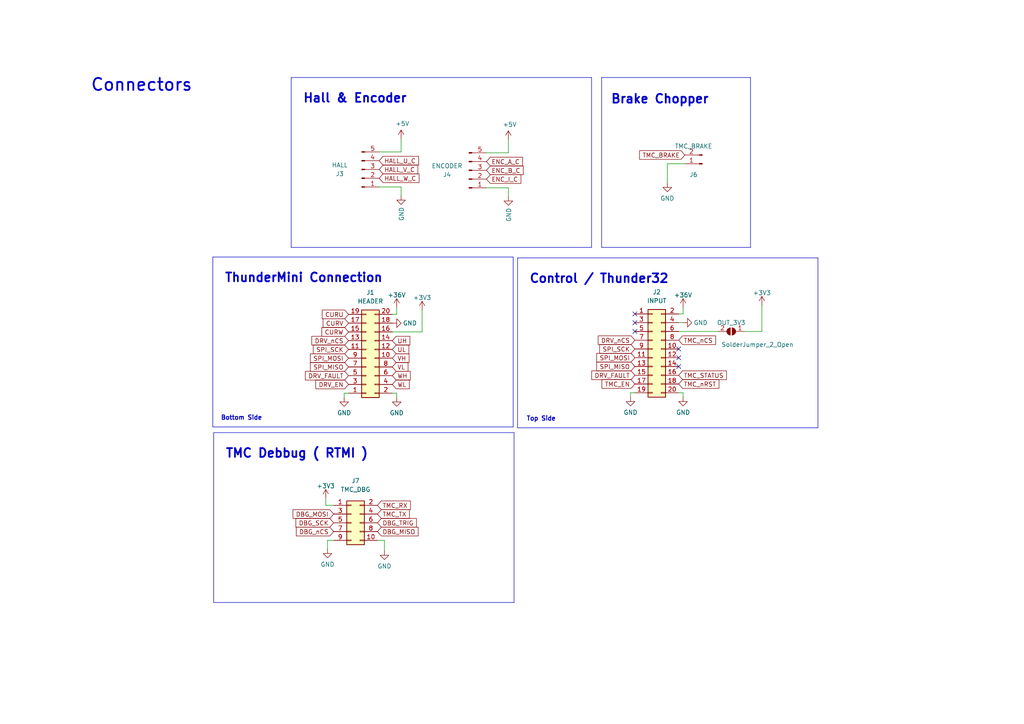
<source format=kicad_sch>
(kicad_sch (version 20250114) (generator "eeschema") (generator_version "9.0")
  (paper "A4")
  (title_block (title "Thunder4671") (date "2023-02-07") (rev "V1.0") (company "Yaseen M. Twati"))
  (lib_symbols
    (symbol "Connector:Conn_01x02_Male" (pin_names (offset 1.016) (hide yes))
      (property "Reference" "J" (at 0 2.54 0))
      (property "Value" "Conn_01x02_Male" (at 0 -5.08 0))
      (symbol "Conn_01x02_Male_1_1"
        (rectangle (start 0.8636 0.127) (end 0 -0.127) (stroke (width 0.1524)) (fill (type outline)))
        (rectangle (start 0.8636 -2.413) (end 0 -2.667) (stroke (width 0.1524)) (fill (type outline)))
        (polyline (pts (xy 1.27 0) (xy 0.8636 0)) (stroke (width 0.1524)))
        (polyline (pts (xy 1.27 -2.54) (xy 0.8636 -2.54)) (stroke (width 0.1524)))
        (pin passive line (at 5.08 0 180) (length 3.81) (name "Pin_1") (number "1"))
        (pin passive line (at 5.08 -2.54 180) (length 3.81) (name "Pin_2") (number "2"))
      )
    )
    (symbol "Connector:Conn_01x05_Male" (pin_names (offset 1.016) (hide yes))
      (property "Reference" "J" (at 0 7.62 0))
      (property "Value" "Conn_01x05_Male" (at 0 -7.62 0))
      (symbol "Conn_01x05_Male_1_1"
        (rectangle (start 0.8636 5.207) (end 0 4.953) (stroke (width 0.1524)) (fill (type outline)))
        (rectangle (start 0.8636 2.667) (end 0 2.413) (stroke (width 0.1524)) (fill (type outline)))
        (rectangle (start 0.8636 0.127) (end 0 -0.127) (stroke (width 0.1524)) (fill (type outline)))
        (rectangle (start 0.8636 -2.413) (end 0 -2.667) (stroke (width 0.1524)) (fill (type outline)))
        (rectangle (start 0.8636 -4.953) (end 0 -5.207) (stroke (width 0.1524)) (fill (type outline)))
        (polyline (pts (xy 1.27 5.08) (xy 0.8636 5.08)) (stroke (width 0.1524)))
        (polyline (pts (xy 1.27 2.54) (xy 0.8636 2.54)) (stroke (width 0.1524)))
        (polyline (pts (xy 1.27 0) (xy 0.8636 0)) (stroke (width 0.1524)))
        (polyline (pts (xy 1.27 -2.54) (xy 0.8636 -2.54)) (stroke (width 0.1524)))
        (polyline (pts (xy 1.27 -5.08) (xy 0.8636 -5.08)) (stroke (width 0.1524)))
        (pin passive line (at 5.08 5.08 180) (length 3.81) (name "Pin_1") (number "1"))
        (pin passive line (at 5.08 2.54 180) (length 3.81) (name "Pin_2") (number "2"))
        (pin passive line (at 5.08 0 180) (length 3.81) (name "Pin_3") (number "3"))
        (pin passive line (at 5.08 -2.54 180) (length 3.81) (name "Pin_4") (number "4"))
        (pin passive line (at 5.08 -5.08 180) (length 3.81) (name "Pin_5") (number "5"))
      )
    )
    (symbol "Connector_Generic:Conn_02x05_Odd_Even" (pin_names (offset 1.016) (hide yes))
      (property "Reference" "J" (at 1.27 7.62 0))
      (property "Value" "Conn_02x05_Odd_Even" (at 1.27 -7.62 0))
      (symbol "Conn_02x05_Odd_Even_1_1"
        (rectangle (start -1.27 6.35) (end 3.81 -6.35) (stroke (width 0.254)) (fill (type background)))
        (rectangle (start -1.27 5.207) (end 0 4.953) (stroke (width 0.1524)))
        (rectangle (start -1.27 2.667) (end 0 2.413) (stroke (width 0.1524)))
        (rectangle (start -1.27 0.127) (end 0 -0.127) (stroke (width 0.1524)))
        (rectangle (start -1.27 -2.413) (end 0 -2.667) (stroke (width 0.1524)))
        (rectangle (start -1.27 -4.953) (end 0 -5.207) (stroke (width 0.1524)))
        (rectangle (start 3.81 5.207) (end 2.54 4.953) (stroke (width 0.1524)))
        (rectangle (start 3.81 2.667) (end 2.54 2.413) (stroke (width 0.1524)))
        (rectangle (start 3.81 0.127) (end 2.54 -0.127) (stroke (width 0.1524)))
        (rectangle (start 3.81 -2.413) (end 2.54 -2.667) (stroke (width 0.1524)))
        (rectangle (start 3.81 -4.953) (end 2.54 -5.207) (stroke (width 0.1524)))
        (pin passive line (at -5.08 5.08 0) (length 3.81) (name "Pin_1") (number "1"))
        (pin passive line (at -5.08 2.54 0) (length 3.81) (name "Pin_3") (number "3"))
        (pin passive line (at -5.08 0 0) (length 3.81) (name "Pin_5") (number "5"))
        (pin passive line (at -5.08 -2.54 0) (length 3.81) (name "Pin_7") (number "7"))
        (pin passive line (at -5.08 -5.08 0) (length 3.81) (name "Pin_9") (number "9"))
        (pin passive line (at 7.62 5.08 180) (length 3.81) (name "Pin_2") (number "2"))
        (pin passive line (at 7.62 2.54 180) (length 3.81) (name "Pin_4") (number "4"))
        (pin passive line (at 7.62 0 180) (length 3.81) (name "Pin_6") (number "6"))
        (pin passive line (at 7.62 -2.54 180) (length 3.81) (name "Pin_8") (number "8"))
        (pin passive line (at 7.62 -5.08 180) (length 3.81) (name "Pin_10") (number "10"))
      )
    )
    (symbol "Connector_Generic:Conn_02x10_Odd_Even" (pin_names (offset 1.016) (hide yes))
      (property "Reference" "J" (at 1.27 12.7 0))
      (property "Value" "Conn_02x10_Odd_Even" (at 1.27 -15.24 0))
      (symbol "Conn_02x10_Odd_Even_1_1"
        (rectangle (start -1.27 11.43) (end 3.81 -13.97) (stroke (width 0.254)) (fill (type background)))
        (rectangle (start -1.27 10.287) (end 0 10.033) (stroke (width 0.1524)))
        (rectangle (start -1.27 7.747) (end 0 7.493) (stroke (width 0.1524)))
        (rectangle (start -1.27 5.207) (end 0 4.953) (stroke (width 0.1524)))
        (rectangle (start -1.27 2.667) (end 0 2.413) (stroke (width 0.1524)))
        (rectangle (start -1.27 0.127) (end 0 -0.127) (stroke (width 0.1524)))
        (rectangle (start -1.27 -2.413) (end 0 -2.667) (stroke (width 0.1524)))
        (rectangle (start -1.27 -4.953) (end 0 -5.207) (stroke (width 0.1524)))
        (rectangle (start -1.27 -7.493) (end 0 -7.747) (stroke (width 0.1524)))
        (rectangle (start -1.27 -10.033) (end 0 -10.287) (stroke (width 0.1524)))
        (rectangle (start -1.27 -12.573) (end 0 -12.827) (stroke (width 0.1524)))
        (rectangle (start 3.81 10.287) (end 2.54 10.033) (stroke (width 0.1524)))
        (rectangle (start 3.81 7.747) (end 2.54 7.493) (stroke (width 0.1524)))
        (rectangle (start 3.81 5.207) (end 2.54 4.953) (stroke (width 0.1524)))
        (rectangle (start 3.81 2.667) (end 2.54 2.413) (stroke (width 0.1524)))
        (rectangle (start 3.81 0.127) (end 2.54 -0.127) (stroke (width 0.1524)))
        (rectangle (start 3.81 -2.413) (end 2.54 -2.667) (stroke (width 0.1524)))
        (rectangle (start 3.81 -4.953) (end 2.54 -5.207) (stroke (width 0.1524)))
        (rectangle (start 3.81 -7.493) (end 2.54 -7.747) (stroke (width 0.1524)))
        (rectangle (start 3.81 -10.033) (end 2.54 -10.287) (stroke (width 0.1524)))
        (rectangle (start 3.81 -12.573) (end 2.54 -12.827) (stroke (width 0.1524)))
        (pin passive line (at -5.08 10.16 0) (length 3.81) (name "Pin_1") (number "1"))
        (pin passive line (at -5.08 7.62 0) (length 3.81) (name "Pin_3") (number "3"))
        (pin passive line (at -5.08 5.08 0) (length 3.81) (name "Pin_5") (number "5"))
        (pin passive line (at -5.08 2.54 0) (length 3.81) (name "Pin_7") (number "7"))
        (pin passive line (at -5.08 0 0) (length 3.81) (name "Pin_9") (number "9"))
        (pin passive line (at -5.08 -2.54 0) (length 3.81) (name "Pin_11") (number "11"))
        (pin passive line (at -5.08 -5.08 0) (length 3.81) (name "Pin_13") (number "13"))
        (pin passive line (at -5.08 -7.62 0) (length 3.81) (name "Pin_15") (number "15"))
        (pin passive line (at -5.08 -10.16 0) (length 3.81) (name "Pin_17") (number "17"))
        (pin passive line (at -5.08 -12.7 0) (length 3.81) (name "Pin_19") (number "19"))
        (pin passive line (at 7.62 10.16 180) (length 3.81) (name "Pin_2") (number "2"))
        (pin passive line (at 7.62 7.62 180) (length 3.81) (name "Pin_4") (number "4"))
        (pin passive line (at 7.62 5.08 180) (length 3.81) (name "Pin_6") (number "6"))
        (pin passive line (at 7.62 2.54 180) (length 3.81) (name "Pin_8") (number "8"))
        (pin passive line (at 7.62 0 180) (length 3.81) (name "Pin_10") (number "10"))
        (pin passive line (at 7.62 -2.54 180) (length 3.81) (name "Pin_12") (number "12"))
        (pin passive line (at 7.62 -5.08 180) (length 3.81) (name "Pin_14") (number "14"))
        (pin passive line (at 7.62 -7.62 180) (length 3.81) (name "Pin_16") (number "16"))
        (pin passive line (at 7.62 -10.16 180) (length 3.81) (name "Pin_18") (number "18"))
        (pin passive line (at 7.62 -12.7 180) (length 3.81) (name "Pin_20") (number "20"))
      )
    )
    (symbol "Jumper:SolderJumper_2_Open" (pin_names (offset 0) (hide yes))
      (property "Reference" "JP" (at 0 2.032 0))
      (property "Value" "SolderJumper_2_Open" (at 0 -2.54 0))
      (symbol "SolderJumper_2_Open_0_1"
        (polyline (pts (xy -0.254 1.016) (xy -0.254 -1.016)))
        (arc (start -0.254 -1.016) (mid -1.2656 0) (end -0.254 1.016))
        (arc (start -0.254 -1.016) (mid -1.2656 0) (end -0.254 1.016) (fill (type outline)))
        (arc (start 0.254 1.016) (mid 1.2656 0) (end 0.254 -1.016))
        (arc (start 0.254 1.016) (mid 1.2656 0) (end 0.254 -1.016) (fill (type outline)))
        (polyline (pts (xy 0.254 1.016) (xy 0.254 -1.016)))
      )
      (symbol "SolderJumper_2_Open_1_1"
        (pin passive line (at -3.81 0 0) (length 2.54) (name "A") (number "1"))
        (pin passive line (at 3.81 0 180) (length 2.54) (name "B") (number "2"))
      )
    )
    (symbol "power:+36V" (power) (pin_names (offset 0))
      (property "Value" "+36V" (at 0 3.556 0))
      (symbol "+36V_0_1"
        (polyline (pts (xy -0.762 1.27) (xy 0 2.54)))
        (polyline (pts (xy 0 2.54) (xy 0.762 1.27)))
        (polyline (pts (xy 0 0) (xy 0 2.54)))
      )
      (symbol "+36V_1_1"
        (pin power_in line (at 0 0 90) (length 0) (hide yes) (name "+36V") (number "1"))
      )
    )
    (symbol "power:+3V3" (power) (pin_names (offset 0))
      (property "Value" "+3V3" (at 0 3.556 0))
      (symbol "+3V3_0_1"
        (polyline (pts (xy -0.762 1.27) (xy 0 2.54)))
        (polyline (pts (xy 0 2.54) (xy 0.762 1.27)))
        (polyline (pts (xy 0 0) (xy 0 2.54)))
      )
      (symbol "+3V3_1_1"
        (pin power_in line (at 0 0 90) (length 0) (hide yes) (name "+3V3") (number "1"))
      )
    )
    (symbol "power:+5V" (power) (pin_names (offset 0))
      (property "Value" "+5V" (at 0 3.556 0))
      (symbol "+5V_0_1"
        (polyline (pts (xy -0.762 1.27) (xy 0 2.54)))
        (polyline (pts (xy 0 2.54) (xy 0.762 1.27)))
        (polyline (pts (xy 0 0) (xy 0 2.54)))
      )
      (symbol "+5V_1_1"
        (pin power_in line (at 0 0 90) (length 0) (hide yes) (name "+5V") (number "1"))
      )
    )
    (symbol "power:GND" (power) (pin_names (offset 0))
      (property "Value" "GND" (at 0 -3.81 0))
      (symbol "GND_0_1"
        (polyline (pts (xy 0 0) (xy 0 -1.27) (xy 1.27 -1.27) (xy 0 -2.54) (xy -1.27 -1.27) (xy 0 -1.27)))
      )
      (symbol "GND_1_1"
        (pin power_in line (at 0 0 270) (length 0) (hide yes) (name "GND") (number "1"))
      )
    )
  )
  (text "Top Side" (at 152.654 122.301 0) (effects (font (size 1.27 1.27) (thickness 0.254) (bold yes)) (justify left bottom)))
  (text "Bottom Side" (at 64.008 122.047 0) (effects (font (size 1.27 1.27) (thickness 0.254) (bold yes)) (justify left bottom)))
  (text "Hall & Encoder" (at 87.757 30.099 0) (effects (font (size 2.54 2.54) (thickness 0.508) (bold yes)) (justify left bottom)))
  (text "Brake Chopper" (at 177.038 30.353 0) (effects (font (size 2.54 2.54) (thickness 0.508) (bold yes)) (justify left bottom)))
  (text "Control / Thunder32" (at 153.416 82.423 0) (effects (font (size 2.54 2.54) (thickness 0.508) (bold yes)) (justify left bottom)))
  (text "TMC Debbug ( RTMI )" (at 65.278 133.096 0) (effects (font (size 2.54 2.54) (thickness 0.508) (bold yes)) (justify left bottom)))
  (text "ThunderMini Connection" (at 65.024 82.169 0) (effects (font (size 2.54 2.54) (thickness 0.508) (bold yes)) (justify left bottom)))
  (text "Connectors" (at 26.162 26.797 0) (effects (font (size 3.5 3.5) (thickness 0.508) (bold yes)) (justify left bottom)))
  (no_connect (at 196.85 106.299))
  (no_connect (at 196.85 103.759))
  (no_connect (at 184.15 93.599))
  (no_connect (at 184.15 91.059))
  (no_connect (at 184.15 96.139))
  (no_connect (at 196.85 101.219))
  (wire (pts (xy 196.85 96.139) (xy 208.28 96.139)))
  (wire (pts (xy 101.092 114.046) (xy 99.822 114.046)))
  (wire (pts (xy 147.447 44.323) (xy 141.097 44.323)))
  (wire (pts (xy 115.062 89.154) (xy 115.062 91.186)))
  (polyline (pts (xy 150.114 124.079) (xy 237.236 124.079)))
  (polyline (pts (xy 174.498 71.755) (xy 217.678 71.755)))
  (wire (pts (xy 111.506 156.718) (xy 109.474 156.718)))
  (wire (pts (xy 198.628 47.498) (xy 193.548 47.498)))
  (wire (pts (xy 94.488 146.558) (xy 96.774 146.558)))
  (wire (pts (xy 220.98 88.519) (xy 220.98 96.139)))
  (polyline (pts (xy 150.114 74.803) (xy 237.236 74.803)))
  (wire (pts (xy 198.12 91.059) (xy 196.85 91.059)))
  (wire (pts (xy 147.447 40.513) (xy 147.447 44.323)))
  (polyline (pts (xy 217.678 71.755) (xy 217.678 22.479)))
  (wire (pts (xy 94.996 159.258) (xy 94.996 156.718)))
  (polyline (pts (xy 148.844 123.825) (xy 148.844 74.549)))
  (polyline (pts (xy 61.976 125.476) (xy 149.098 125.476)))
  (polyline (pts (xy 84.455 71.755) (xy 171.577 71.755)))
  (wire (pts (xy 99.822 114.046) (xy 99.822 115.316)))
  (wire (pts (xy 147.447 54.483) (xy 141.097 54.483)))
  (polyline (pts (xy 171.577 71.755) (xy 171.577 22.479)))
  (wire (pts (xy 94.488 144.526) (xy 94.488 146.558)))
  (polyline (pts (xy 174.498 22.479) (xy 174.498 71.755)))
  (polyline (pts (xy 150.114 74.803) (xy 150.114 124.079)))
  (wire (pts (xy 115.062 115.316) (xy 115.062 114.046)))
  (polyline (pts (xy 61.722 123.825) (xy 148.844 123.825)))
  (wire (pts (xy 182.88 113.919) (xy 182.88 115.189)))
  (polyline (pts (xy 84.455 22.479) (xy 84.455 71.755)))
  (wire (pts (xy 115.062 114.046) (xy 113.792 114.046)))
  (wire (pts (xy 94.996 156.718) (xy 96.774 156.718)))
  (polyline (pts (xy 174.498 22.479) (xy 217.678 22.479)))
  (polyline (pts (xy 237.236 124.079) (xy 237.236 74.803)))
  (wire (pts (xy 193.548 47.498) (xy 193.548 53.086)))
  (wire (pts (xy 147.447 57.023) (xy 147.447 54.483)))
  (wire (pts (xy 122.428 89.916) (xy 122.428 96.266)))
  (polyline (pts (xy 61.976 174.752) (xy 149.098 174.752)))
  (wire (pts (xy 198.12 113.919) (xy 196.85 113.919)))
  (wire (pts (xy 220.98 96.139) (xy 215.9 96.139)))
  (wire (pts (xy 184.15 113.919) (xy 182.88 113.919)))
  (wire (pts (xy 113.792 96.266) (xy 122.428 96.266)))
  (polyline (pts (xy 61.722 74.549) (xy 61.722 123.825)))
  (wire (pts (xy 198.12 89.154) (xy 198.12 91.059)))
  (wire (pts (xy 196.85 93.599) (xy 198.12 93.599)))
  (polyline (pts (xy 61.976 125.476) (xy 61.976 174.752)))
  (wire (pts (xy 116.332 56.769) (xy 116.332 54.229)))
  (polyline (pts (xy 84.455 22.479) (xy 171.577 22.479)))
  (polyline (pts (xy 61.722 74.549) (xy 148.844 74.549)))
  (polyline (pts (xy 149.098 174.752) (xy 149.098 125.476)))
  (wire (pts (xy 116.332 54.229) (xy 109.982 54.229)))
  (wire (pts (xy 116.332 40.259) (xy 116.332 44.069)))
  (wire (pts (xy 116.332 44.069) (xy 109.982 44.069)))
  (wire (pts (xy 111.506 159.766) (xy 111.506 156.718)))
  (wire (pts (xy 115.062 91.186) (xy 113.792 91.186)))
  (wire (pts (xy 198.12 115.189) (xy 198.12 113.919)))
  (global_label "CURV" (shape input) (at 101.092 93.726 180) (property "Intersheetrefs" "${INTERSHEET_REFS}" (effects (hide yes))))
  (global_label "DRV_EN" (shape input) (at 101.092 111.506 180) (property "Intersheetrefs" "${INTERSHEET_REFS}" (effects (hide yes))))
  (global_label "TMC_nRST" (shape input) (at 196.85 111.379 0) (property "Intersheetrefs" "${INTERSHEET_REFS}" (effects (hide yes))))
  (global_label "DBG_MOSI" (shape input) (at 96.774 149.098 180) (property "Intersheetrefs" "${INTERSHEET_REFS}" (effects (hide yes))))
  (global_label "TMC_BRAKE" (shape input) (at 198.628 44.958 180) (property "Intersheetrefs" "${INTERSHEET_REFS}" (effects (hide yes))))
  (global_label "SPI_MOSI" (shape input) (at 184.15 103.759 180) (property "Intersheetrefs" "${INTERSHEET_REFS}" (effects (hide yes))))
  (global_label "DRV_nCS" (shape input) (at 101.092 98.806 180) (property "Intersheetrefs" "${INTERSHEET_REFS}" (effects (hide yes))))
  (global_label "SPI_MOSI" (shape input) (at 101.092 103.886 180) (property "Intersheetrefs" "${INTERSHEET_REFS}" (effects (hide yes))))
  (global_label "SPI_MISO" (shape input) (at 184.15 106.299 180) (property "Intersheetrefs" "${INTERSHEET_REFS}" (effects (hide yes))))
  (global_label "DBG_SCK" (shape input) (at 96.774 151.638 180) (property "Intersheetrefs" "${INTERSHEET_REFS}" (effects (hide yes))))
  (global_label "DBG_TRIG" (shape input) (at 109.474 151.638 0) (property "Intersheetrefs" "${INTERSHEET_REFS}" (effects (hide yes))))
  (global_label "VL" (shape input) (at 113.792 106.426 0) (property "Intersheetrefs" "${INTERSHEET_REFS}" (effects (hide yes))))
  (global_label "ENC_B_C" (shape input) (at 141.097 49.403 0) (property "Intersheetrefs" "${INTERSHEET_REFS}" (effects (hide yes))))
  (global_label "SPI_MISO" (shape input) (at 101.092 106.426 180) (property "Intersheetrefs" "${INTERSHEET_REFS}" (effects (hide yes))))
  (global_label "SPI_SCK" (shape input) (at 184.15 101.219 180) (property "Intersheetrefs" "${INTERSHEET_REFS}" (effects (hide yes))))
  (global_label "CURW" (shape input) (at 101.092 96.266 180) (property "Intersheetrefs" "${INTERSHEET_REFS}" (effects (hide yes))))
  (global_label "TMC_STATUS" (shape input) (at 196.85 108.839 0) (property "Intersheetrefs" "${INTERSHEET_REFS}" (effects (hide yes))))
  (global_label "DRV_nCS" (shape input) (at 184.15 98.679 180) (property "Intersheetrefs" "${INTERSHEET_REFS}" (effects (hide yes))))
  (global_label "TMC_RX" (shape input) (at 109.474 146.558 0) (property "Intersheetrefs" "${INTERSHEET_REFS}" (effects (hide yes))))
  (global_label "VH" (shape input) (at 113.792 103.886 0) (property "Intersheetrefs" "${INTERSHEET_REFS}" (effects (hide yes))))
  (global_label "WH" (shape input) (at 113.792 108.966 0) (property "Intersheetrefs" "${INTERSHEET_REFS}" (effects (hide yes))))
  (global_label "CURU" (shape input) (at 101.092 91.186 180) (property "Intersheetrefs" "${INTERSHEET_REFS}" (effects (hide yes))))
  (global_label "UL" (shape input) (at 113.792 101.346 0) (property "Intersheetrefs" "${INTERSHEET_REFS}" (effects (hide yes))))
  (global_label "DRV_FAULT" (shape input) (at 184.15 108.839 180) (property "Intersheetrefs" "${INTERSHEET_REFS}" (effects (hide yes))))
  (global_label "WL" (shape input) (at 113.792 111.506 0) (property "Intersheetrefs" "${INTERSHEET_REFS}" (effects (hide yes))))
  (global_label "HALL_W_C" (shape input) (at 109.982 51.689 0) (property "Intersheetrefs" "${INTERSHEET_REFS}" (effects (hide yes))))
  (global_label "SPI_SCK" (shape input) (at 101.092 101.346 180) (property "Intersheetrefs" "${INTERSHEET_REFS}" (effects (hide yes))))
  (global_label "TMC_TX" (shape input) (at 109.474 149.098 0) (property "Intersheetrefs" "${INTERSHEET_REFS}" (effects (hide yes))))
  (global_label "TMC_nCS" (shape input) (at 196.85 98.679 0) (property "Intersheetrefs" "${INTERSHEET_REFS}" (effects (hide yes))))
  (global_label "TMC_EN" (shape input) (at 184.15 111.379 180) (property "Intersheetrefs" "${INTERSHEET_REFS}" (effects (hide yes))))
  (global_label "DRV_FAULT" (shape input) (at 101.092 108.966 180) (property "Intersheetrefs" "${INTERSHEET_REFS}" (effects (hide yes))))
  (global_label "HALL_V_C" (shape input) (at 109.982 49.149 0) (property "Intersheetrefs" "${INTERSHEET_REFS}" (effects (hide yes))))
  (global_label "ENC_A_C" (shape input) (at 141.097 46.863 0) (property "Intersheetrefs" "${INTERSHEET_REFS}" (effects (hide yes))))
  (global_label "DBG_nCS" (shape input) (at 96.774 154.178 180) (property "Intersheetrefs" "${INTERSHEET_REFS}" (effects (hide yes))))
  (global_label "ENC_I_C" (shape input) (at 141.097 51.943 0) (property "Intersheetrefs" "${INTERSHEET_REFS}" (effects (hide yes))))
  (global_label "UH" (shape input) (at 113.792 98.806 0) (property "Intersheetrefs" "${INTERSHEET_REFS}" (effects (hide yes))))
  (global_label "HALL_U_C" (shape input) (at 109.982 46.609 0) (property "Intersheetrefs" "${INTERSHEET_REFS}" (effects (hide yes))))
  (global_label "DBG_MISO" (shape input) (at 109.474 154.178 0) (property "Intersheetrefs" "${INTERSHEET_REFS}" (effects (hide yes))))
  (symbol (lib_id "power:GND") (at 116.332 56.769 0) (unit 1)
    (property "Reference" "#PWR094" (effects (hide yes)))
    (property "Value" "GND" (at 116.459 60.0202 90) (effects (justify right)))
  )
  (symbol (lib_id "power:+5V") (at 147.447 40.513 0) (unit 1)
    (property "Reference" "#PWR095" (effects (hide yes)))
    (property "Value" "+5V" (at 147.828 36.1188 0))
  )
  (symbol (lib_id "power:+3V3") (at 220.98 88.519 0) (unit 1)
    (property "Reference" "#PWR0114" (effects (hide yes)))
    (property "Value" "+3V3" (at 220.98 84.9432 0))
  )
  (symbol (lib_id "power:+5V") (at 116.332 40.259 0) (unit 1)
    (property "Reference" "#PWR093" (effects (hide yes)))
    (property "Value" "+5V" (at 116.713 35.8648 0))
  )
  (symbol (lib_id "Connector_Generic:Conn_02x10_Odd_Even") (at 189.23 101.219 0) (unit 1)
    (property "Reference" "J2" (at 190.5 84.709 0))
    (property "Value" "INPUT" (at 190.5 87.249 0))
    (property "Footprint" "Connector_PinHeader_2.54mm:PinHeader_2x10_P2.54mm_Vertical_SMD" (effects (hide yes)))
    (property "LCSC" "C2884019" (effects (hide yes)))
  )
  (symbol (lib_id "Connector:Conn_01x05_Male") (at 136.017 49.403 0) (mirror x) (unit 1)
    (property "Reference" "J4" (at 129.667 50.673 0))
    (property "Value" "ENCODER" (at 129.667 48.133 0))
    (property "Footprint" "Connector_JST:JST_PH_S5B-PH-SM4-TB_1x05-1MP_P2.00mm_Horizontal" (effects (hide yes)))
    (property "LCSC" "C265104" (effects (hide yes)))
  )
  (symbol (lib_id "Connector:Conn_01x02_Male") (at 203.708 47.498 180) (unit 1)
    (property "Reference" "J6" (at 201.168 50.673 0))
    (property "Value" "TMC_BRAKE" (at 201.168 42.418 0))
    (property "Footprint" "Connector_JST:JST_PH_S2B-PH-SM4-TB_1x02-1MP_P2.00mm_Horizontal" (effects (hide yes)))
  )
  (symbol (lib_id "power:GND") (at 115.062 115.316 0) (unit 1)
    (property "Reference" "#PWR0135" (effects (hide yes)))
    (property "Value" "GND" (at 115.062 119.7594 0))
  )
  (symbol (lib_id "power:GND") (at 94.996 159.258 0) (unit 1)
    (property "Reference" "#PWR0104" (effects (hide yes)))
    (property "Value" "GND" (at 94.996 163.7014 0))
  )
  (symbol (lib_id "power:GND") (at 182.88 115.189 0) (unit 1)
    (property "Reference" "#PWR0112" (effects (hide yes)))
    (property "Value" "GND" (at 182.88 119.6324 0))
  )
  (symbol (lib_id "power:GND") (at 147.447 57.023 0) (unit 1)
    (property "Reference" "#PWR096" (effects (hide yes)))
    (property "Value" "GND" (at 147.574 60.2742 90) (effects (justify right)))
  )
  (symbol (lib_id "Connector_Generic:Conn_02x10_Odd_Even") (at 106.172 103.886 0) (mirror x) (unit 1)
    (property "Reference" "J1" (at 107.442 84.836 0))
    (property "Value" "HEADER" (at 107.442 87.376 0))
    (property "Footprint" "Connector_PinHeader_2.54mm:PinHeader_2x10_P2.54mm_Vertical_SMD" (effects (hide yes)))
    (property "LCSC" "C2829891" (effects (hide yes)))
  )
  (symbol (lib_id "power:+36V") (at 115.062 89.154 0) (unit 1)
    (property "Reference" "#PWR0137" (effects (hide yes)))
    (property "Value" "+36V" (at 115.062 85.5782 0))
  )
  (symbol (lib_id "power:GND") (at 198.12 93.599 90) (unit 1)
    (property "Reference" "#PWR0102" (effects (hide yes)))
    (property "Value" "GND" (at 201.168 93.599 90) (effects (justify right)))
  )
  (symbol (lib_id "Connector_Generic:Conn_02x05_Odd_Even") (at 101.854 151.638 0) (unit 1)
    (property "Reference" "J7" (at 103.124 139.446 0))
    (property "Value" "TMC_DBG" (at 103.124 141.986 0))
    (property "Footprint" "Connector_PinHeader_1.27mm:PinHeader_2x05_P1.27mm_Vertical_SMD" (effects (hide yes)))
    (property "LCSC" "C2881910" (effects (hide yes)))
  )
  (symbol (lib_id "power:+3V3") (at 94.488 144.526 0) (unit 1)
    (property "Reference" "#PWR0103" (effects (hide yes)))
    (property "Value" "+3V3" (at 94.488 140.9502 0))
  )
  (symbol (lib_id "power:+3V3") (at 122.428 89.916 0) (unit 1)
    (property "Reference" "#PWR0138" (effects (hide yes)))
    (property "Value" "+3V3" (at 122.428 86.3402 0))
  )
  (symbol (lib_id "Connector:Conn_01x05_Male") (at 104.902 49.149 0) (mirror x) (unit 1)
    (property "Reference" "J3" (at 98.552 50.419 0))
    (property "Value" "HALL" (at 98.552 47.879 0))
    (property "Footprint" "Connector_JST:JST_PH_S5B-PH-SM4-TB_1x05-1MP_P2.00mm_Horizontal" (effects (hide yes)))
    (property "LCSC" "C265104" (effects (hide yes)))
  )
  (symbol (lib_id "power:GND") (at 99.822 115.316 0) (unit 1)
    (property "Reference" "#PWR0136" (effects (hide yes)))
    (property "Value" "GND" (at 99.822 119.7594 0))
  )
  (symbol (lib_id "power:GND") (at 111.506 159.766 0) (unit 1)
    (property "Reference" "#PWR0105" (effects (hide yes)))
    (property "Value" "GND" (at 111.506 164.2094 0))
  )
  (symbol (lib_id "power:+36V") (at 198.12 89.154 0) (unit 1)
    (property "Reference" "#PWR0116" (effects (hide yes)))
    (property "Value" "+36V" (at 198.12 85.5782 0))
  )
  (symbol (lib_id "Jumper:SolderJumper_2_Open") (at 212.09 96.139 180) (unit 1)
    (property "Reference" "OUT_3V3" (at 212.09 93.599 0))
    (property "Value" "SolderJumper_2_Open" (at 219.71 99.949 0))
    (property "Footprint" "Jumper:SolderJumper-2_P1.3mm_Open_TrianglePad1.0x1.5mm" (effects (hide yes)))
  )
  (symbol (lib_id "power:GND") (at 113.792 93.726 90) (unit 1)
    (property "Reference" "#PWR0108" (effects (hide yes)))
    (property "Value" "GND" (at 116.84 93.726 90) (effects (justify right)))
  )
  (symbol (lib_id "power:GND") (at 193.548 53.086 0) (mirror y) (unit 1)
    (property "Reference" "#PWR0100" (effects (hide yes)))
    (property "Value" "GND" (at 193.548 57.5294 0))
  )
  (symbol (lib_id "power:GND") (at 198.12 115.189 0) (unit 1)
    (property "Reference" "#PWR0113" (effects (hide yes)))
    (property "Value" "GND" (at 198.12 119.6324 0))
  )
)
</source>
